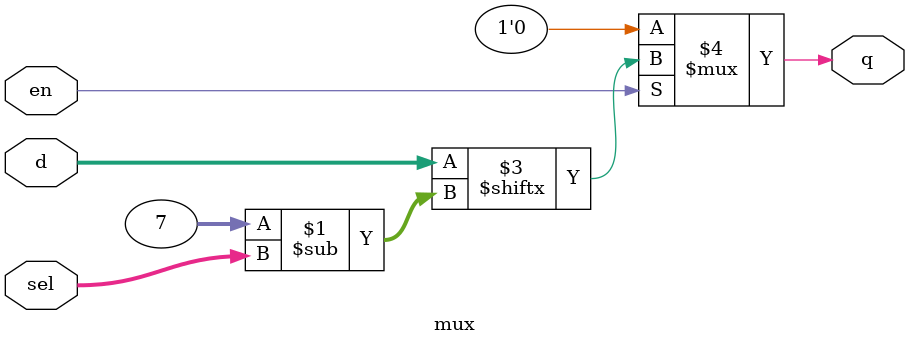
<source format=sv>
`timescale 1ns/1ps

module mux
#(parameter N = 8)
  (input bit [0:$clog2(N)-1] sel,
   input bit en,
   input bit [0:N-1] d,
   output bit q);

  assign q = en ? d[sel] : '0;
endmodule

</source>
